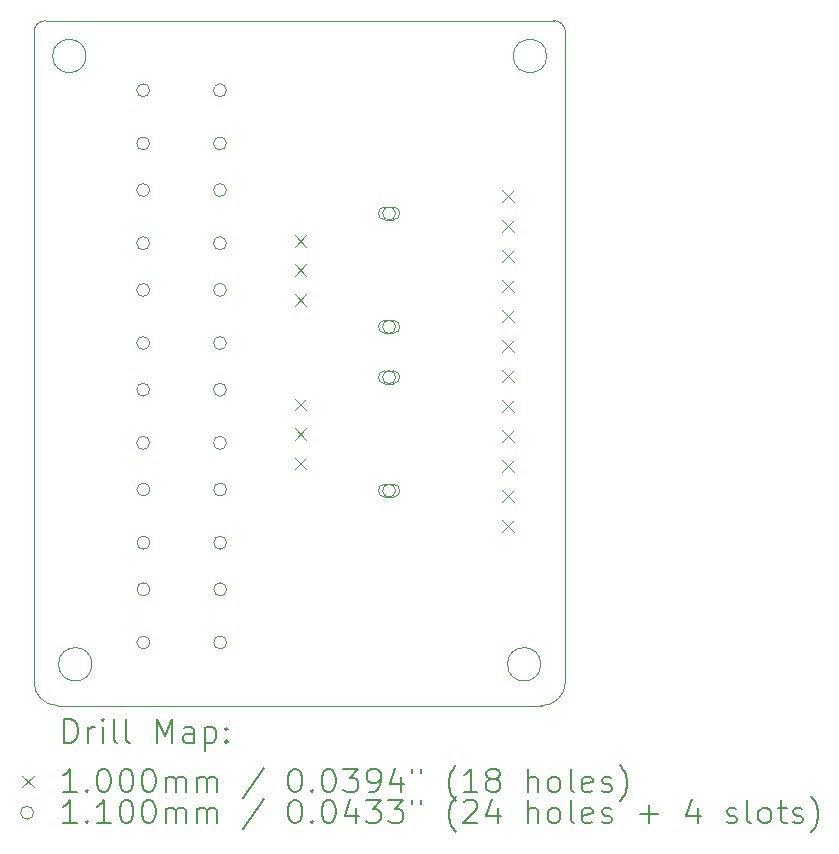
<source format=gbr>
%TF.GenerationSoftware,KiCad,Pcbnew,7.0.9*%
%TF.CreationDate,2023-12-18T22:47:56-06:00*%
%TF.ProjectId,pod_basic_expander2,706f645f-6261-4736-9963-5f657870616e,rev?*%
%TF.SameCoordinates,Original*%
%TF.FileFunction,Drillmap*%
%TF.FilePolarity,Positive*%
%FSLAX45Y45*%
G04 Gerber Fmt 4.5, Leading zero omitted, Abs format (unit mm)*
G04 Created by KiCad (PCBNEW 7.0.9) date 2023-12-18 22:47:56*
%MOMM*%
%LPD*%
G01*
G04 APERTURE LIST*
%ADD10C,0.050000*%
%ADD11C,0.200000*%
%ADD12C,0.100000*%
%ADD13C,0.110000*%
G04 APERTURE END LIST*
D10*
X6491421Y-9450000D02*
G75*
G03*
X6491421Y-9450000I-141421J0D01*
G01*
X6000000Y-4100000D02*
X6000000Y-9600000D01*
X6200000Y-9800000D02*
X10300000Y-9800000D01*
X10500000Y-4100000D02*
X10500000Y-9600000D01*
X6000000Y-9600000D02*
G75*
G03*
X6200000Y-9800000I200000J0D01*
G01*
X6100000Y-4000000D02*
G75*
G03*
X6000000Y-4100000I0J-100000D01*
G01*
X10341421Y-4300000D02*
G75*
G03*
X10341421Y-4300000I-141421J0D01*
G01*
X10300000Y-9800000D02*
G75*
G03*
X10500000Y-9600000I0J200000D01*
G01*
X10291421Y-9450000D02*
G75*
G03*
X10291421Y-9450000I-141421J0D01*
G01*
X6100000Y-4000000D02*
X10400000Y-4000000D01*
X6441421Y-4300000D02*
G75*
G03*
X6441421Y-4300000I-141421J0D01*
G01*
X10500000Y-4100000D02*
G75*
G03*
X10400000Y-4000000I-100000J0D01*
G01*
D11*
D12*
X8207000Y-5813000D02*
X8307000Y-5913000D01*
X8307000Y-5813000D02*
X8207000Y-5913000D01*
X8207000Y-6063000D02*
X8307000Y-6163000D01*
X8307000Y-6063000D02*
X8207000Y-6163000D01*
X8207000Y-6313000D02*
X8307000Y-6413000D01*
X8307000Y-6313000D02*
X8207000Y-6413000D01*
X8207000Y-7200000D02*
X8307000Y-7300000D01*
X8307000Y-7200000D02*
X8207000Y-7300000D01*
X8207000Y-7450000D02*
X8307000Y-7550000D01*
X8307000Y-7450000D02*
X8207000Y-7550000D01*
X8207000Y-7700000D02*
X8307000Y-7800000D01*
X8307000Y-7700000D02*
X8207000Y-7800000D01*
X9967000Y-5435000D02*
X10067000Y-5535000D01*
X10067000Y-5435000D02*
X9967000Y-5535000D01*
X9967000Y-5689000D02*
X10067000Y-5789000D01*
X10067000Y-5689000D02*
X9967000Y-5789000D01*
X9967000Y-5943000D02*
X10067000Y-6043000D01*
X10067000Y-5943000D02*
X9967000Y-6043000D01*
X9967000Y-6197000D02*
X10067000Y-6297000D01*
X10067000Y-6197000D02*
X9967000Y-6297000D01*
X9967000Y-6451000D02*
X10067000Y-6551000D01*
X10067000Y-6451000D02*
X9967000Y-6551000D01*
X9967000Y-6705000D02*
X10067000Y-6805000D01*
X10067000Y-6705000D02*
X9967000Y-6805000D01*
X9967000Y-6959000D02*
X10067000Y-7059000D01*
X10067000Y-6959000D02*
X9967000Y-7059000D01*
X9967000Y-7213000D02*
X10067000Y-7313000D01*
X10067000Y-7213000D02*
X9967000Y-7313000D01*
X9967000Y-7467000D02*
X10067000Y-7567000D01*
X10067000Y-7467000D02*
X9967000Y-7567000D01*
X9967000Y-7721000D02*
X10067000Y-7821000D01*
X10067000Y-7721000D02*
X9967000Y-7821000D01*
X9967000Y-7975000D02*
X10067000Y-8075000D01*
X10067000Y-7975000D02*
X9967000Y-8075000D01*
X9967000Y-8229000D02*
X10067000Y-8329000D01*
X10067000Y-8229000D02*
X9967000Y-8329000D01*
D13*
X6980000Y-4590000D02*
G75*
G03*
X6980000Y-4590000I-55000J0D01*
G01*
X6980000Y-5040000D02*
G75*
G03*
X6980000Y-5040000I-55000J0D01*
G01*
X6980000Y-5435122D02*
G75*
G03*
X6980000Y-5435122I-55000J0D01*
G01*
X6980000Y-5885122D02*
G75*
G03*
X6980000Y-5885122I-55000J0D01*
G01*
X6980000Y-6280244D02*
G75*
G03*
X6980000Y-6280244I-55000J0D01*
G01*
X6980000Y-6730244D02*
G75*
G03*
X6980000Y-6730244I-55000J0D01*
G01*
X6980000Y-7125367D02*
G75*
G03*
X6980000Y-7125367I-55000J0D01*
G01*
X6980000Y-7575367D02*
G75*
G03*
X6980000Y-7575367I-55000J0D01*
G01*
X6982331Y-7970489D02*
G75*
G03*
X6982331Y-7970489I-55000J0D01*
G01*
X6982331Y-8420489D02*
G75*
G03*
X6982331Y-8420489I-55000J0D01*
G01*
X6982331Y-8815611D02*
G75*
G03*
X6982331Y-8815611I-55000J0D01*
G01*
X6982331Y-9265611D02*
G75*
G03*
X6982331Y-9265611I-55000J0D01*
G01*
X7630000Y-4590000D02*
G75*
G03*
X7630000Y-4590000I-55000J0D01*
G01*
X7630000Y-5040000D02*
G75*
G03*
X7630000Y-5040000I-55000J0D01*
G01*
X7630000Y-5435122D02*
G75*
G03*
X7630000Y-5435122I-55000J0D01*
G01*
X7630000Y-5885122D02*
G75*
G03*
X7630000Y-5885122I-55000J0D01*
G01*
X7630000Y-6280244D02*
G75*
G03*
X7630000Y-6280244I-55000J0D01*
G01*
X7630000Y-6730244D02*
G75*
G03*
X7630000Y-6730244I-55000J0D01*
G01*
X7630000Y-7125367D02*
G75*
G03*
X7630000Y-7125367I-55000J0D01*
G01*
X7630000Y-7575367D02*
G75*
G03*
X7630000Y-7575367I-55000J0D01*
G01*
X7632331Y-7970489D02*
G75*
G03*
X7632331Y-7970489I-55000J0D01*
G01*
X7632331Y-8420489D02*
G75*
G03*
X7632331Y-8420489I-55000J0D01*
G01*
X7632331Y-8815611D02*
G75*
G03*
X7632331Y-8815611I-55000J0D01*
G01*
X7632331Y-9265611D02*
G75*
G03*
X7632331Y-9265611I-55000J0D01*
G01*
X9062000Y-5633000D02*
G75*
G03*
X9062000Y-5633000I-55000J0D01*
G01*
D12*
X8972000Y-5688000D02*
X9042000Y-5688000D01*
X9042000Y-5688000D02*
G75*
G03*
X9042000Y-5578000I0J55000D01*
G01*
X9042000Y-5578000D02*
X8972000Y-5578000D01*
X8972000Y-5578000D02*
G75*
G03*
X8972000Y-5688000I0J-55000D01*
G01*
D13*
X9062000Y-6593000D02*
G75*
G03*
X9062000Y-6593000I-55000J0D01*
G01*
D12*
X8972000Y-6648000D02*
X9042000Y-6648000D01*
X9042000Y-6648000D02*
G75*
G03*
X9042000Y-6538000I0J55000D01*
G01*
X9042000Y-6538000D02*
X8972000Y-6538000D01*
X8972000Y-6538000D02*
G75*
G03*
X8972000Y-6648000I0J-55000D01*
G01*
D13*
X9062000Y-7020000D02*
G75*
G03*
X9062000Y-7020000I-55000J0D01*
G01*
D12*
X8972000Y-7075000D02*
X9042000Y-7075000D01*
X9042000Y-7075000D02*
G75*
G03*
X9042000Y-6965000I0J55000D01*
G01*
X9042000Y-6965000D02*
X8972000Y-6965000D01*
X8972000Y-6965000D02*
G75*
G03*
X8972000Y-7075000I0J-55000D01*
G01*
D13*
X9062000Y-7980000D02*
G75*
G03*
X9062000Y-7980000I-55000J0D01*
G01*
D12*
X8972000Y-8035000D02*
X9042000Y-8035000D01*
X9042000Y-8035000D02*
G75*
G03*
X9042000Y-7925000I0J55000D01*
G01*
X9042000Y-7925000D02*
X8972000Y-7925000D01*
X8972000Y-7925000D02*
G75*
G03*
X8972000Y-8035000I0J-55000D01*
G01*
D11*
X6258277Y-10113984D02*
X6258277Y-9913984D01*
X6258277Y-9913984D02*
X6305896Y-9913984D01*
X6305896Y-9913984D02*
X6334467Y-9923508D01*
X6334467Y-9923508D02*
X6353515Y-9942555D01*
X6353515Y-9942555D02*
X6363039Y-9961603D01*
X6363039Y-9961603D02*
X6372562Y-9999698D01*
X6372562Y-9999698D02*
X6372562Y-10028270D01*
X6372562Y-10028270D02*
X6363039Y-10066365D01*
X6363039Y-10066365D02*
X6353515Y-10085412D01*
X6353515Y-10085412D02*
X6334467Y-10104460D01*
X6334467Y-10104460D02*
X6305896Y-10113984D01*
X6305896Y-10113984D02*
X6258277Y-10113984D01*
X6458277Y-10113984D02*
X6458277Y-9980650D01*
X6458277Y-10018746D02*
X6467801Y-9999698D01*
X6467801Y-9999698D02*
X6477324Y-9990174D01*
X6477324Y-9990174D02*
X6496372Y-9980650D01*
X6496372Y-9980650D02*
X6515420Y-9980650D01*
X6582086Y-10113984D02*
X6582086Y-9980650D01*
X6582086Y-9913984D02*
X6572562Y-9923508D01*
X6572562Y-9923508D02*
X6582086Y-9933031D01*
X6582086Y-9933031D02*
X6591610Y-9923508D01*
X6591610Y-9923508D02*
X6582086Y-9913984D01*
X6582086Y-9913984D02*
X6582086Y-9933031D01*
X6705896Y-10113984D02*
X6686848Y-10104460D01*
X6686848Y-10104460D02*
X6677324Y-10085412D01*
X6677324Y-10085412D02*
X6677324Y-9913984D01*
X6810658Y-10113984D02*
X6791610Y-10104460D01*
X6791610Y-10104460D02*
X6782086Y-10085412D01*
X6782086Y-10085412D02*
X6782086Y-9913984D01*
X7039229Y-10113984D02*
X7039229Y-9913984D01*
X7039229Y-9913984D02*
X7105896Y-10056841D01*
X7105896Y-10056841D02*
X7172562Y-9913984D01*
X7172562Y-9913984D02*
X7172562Y-10113984D01*
X7353515Y-10113984D02*
X7353515Y-10009222D01*
X7353515Y-10009222D02*
X7343991Y-9990174D01*
X7343991Y-9990174D02*
X7324943Y-9980650D01*
X7324943Y-9980650D02*
X7286848Y-9980650D01*
X7286848Y-9980650D02*
X7267801Y-9990174D01*
X7353515Y-10104460D02*
X7334467Y-10113984D01*
X7334467Y-10113984D02*
X7286848Y-10113984D01*
X7286848Y-10113984D02*
X7267801Y-10104460D01*
X7267801Y-10104460D02*
X7258277Y-10085412D01*
X7258277Y-10085412D02*
X7258277Y-10066365D01*
X7258277Y-10066365D02*
X7267801Y-10047317D01*
X7267801Y-10047317D02*
X7286848Y-10037793D01*
X7286848Y-10037793D02*
X7334467Y-10037793D01*
X7334467Y-10037793D02*
X7353515Y-10028270D01*
X7448753Y-9980650D02*
X7448753Y-10180650D01*
X7448753Y-9990174D02*
X7467801Y-9980650D01*
X7467801Y-9980650D02*
X7505896Y-9980650D01*
X7505896Y-9980650D02*
X7524943Y-9990174D01*
X7524943Y-9990174D02*
X7534467Y-9999698D01*
X7534467Y-9999698D02*
X7543991Y-10018746D01*
X7543991Y-10018746D02*
X7543991Y-10075889D01*
X7543991Y-10075889D02*
X7534467Y-10094936D01*
X7534467Y-10094936D02*
X7524943Y-10104460D01*
X7524943Y-10104460D02*
X7505896Y-10113984D01*
X7505896Y-10113984D02*
X7467801Y-10113984D01*
X7467801Y-10113984D02*
X7448753Y-10104460D01*
X7629705Y-10094936D02*
X7639229Y-10104460D01*
X7639229Y-10104460D02*
X7629705Y-10113984D01*
X7629705Y-10113984D02*
X7620182Y-10104460D01*
X7620182Y-10104460D02*
X7629705Y-10094936D01*
X7629705Y-10094936D02*
X7629705Y-10113984D01*
X7629705Y-9990174D02*
X7639229Y-9999698D01*
X7639229Y-9999698D02*
X7629705Y-10009222D01*
X7629705Y-10009222D02*
X7620182Y-9999698D01*
X7620182Y-9999698D02*
X7629705Y-9990174D01*
X7629705Y-9990174D02*
X7629705Y-10009222D01*
D12*
X5897500Y-10392500D02*
X5997500Y-10492500D01*
X5997500Y-10392500D02*
X5897500Y-10492500D01*
D11*
X6363039Y-10533984D02*
X6248753Y-10533984D01*
X6305896Y-10533984D02*
X6305896Y-10333984D01*
X6305896Y-10333984D02*
X6286848Y-10362555D01*
X6286848Y-10362555D02*
X6267801Y-10381603D01*
X6267801Y-10381603D02*
X6248753Y-10391127D01*
X6448753Y-10514936D02*
X6458277Y-10524460D01*
X6458277Y-10524460D02*
X6448753Y-10533984D01*
X6448753Y-10533984D02*
X6439229Y-10524460D01*
X6439229Y-10524460D02*
X6448753Y-10514936D01*
X6448753Y-10514936D02*
X6448753Y-10533984D01*
X6582086Y-10333984D02*
X6601134Y-10333984D01*
X6601134Y-10333984D02*
X6620182Y-10343508D01*
X6620182Y-10343508D02*
X6629705Y-10353031D01*
X6629705Y-10353031D02*
X6639229Y-10372079D01*
X6639229Y-10372079D02*
X6648753Y-10410174D01*
X6648753Y-10410174D02*
X6648753Y-10457793D01*
X6648753Y-10457793D02*
X6639229Y-10495889D01*
X6639229Y-10495889D02*
X6629705Y-10514936D01*
X6629705Y-10514936D02*
X6620182Y-10524460D01*
X6620182Y-10524460D02*
X6601134Y-10533984D01*
X6601134Y-10533984D02*
X6582086Y-10533984D01*
X6582086Y-10533984D02*
X6563039Y-10524460D01*
X6563039Y-10524460D02*
X6553515Y-10514936D01*
X6553515Y-10514936D02*
X6543991Y-10495889D01*
X6543991Y-10495889D02*
X6534467Y-10457793D01*
X6534467Y-10457793D02*
X6534467Y-10410174D01*
X6534467Y-10410174D02*
X6543991Y-10372079D01*
X6543991Y-10372079D02*
X6553515Y-10353031D01*
X6553515Y-10353031D02*
X6563039Y-10343508D01*
X6563039Y-10343508D02*
X6582086Y-10333984D01*
X6772562Y-10333984D02*
X6791610Y-10333984D01*
X6791610Y-10333984D02*
X6810658Y-10343508D01*
X6810658Y-10343508D02*
X6820182Y-10353031D01*
X6820182Y-10353031D02*
X6829705Y-10372079D01*
X6829705Y-10372079D02*
X6839229Y-10410174D01*
X6839229Y-10410174D02*
X6839229Y-10457793D01*
X6839229Y-10457793D02*
X6829705Y-10495889D01*
X6829705Y-10495889D02*
X6820182Y-10514936D01*
X6820182Y-10514936D02*
X6810658Y-10524460D01*
X6810658Y-10524460D02*
X6791610Y-10533984D01*
X6791610Y-10533984D02*
X6772562Y-10533984D01*
X6772562Y-10533984D02*
X6753515Y-10524460D01*
X6753515Y-10524460D02*
X6743991Y-10514936D01*
X6743991Y-10514936D02*
X6734467Y-10495889D01*
X6734467Y-10495889D02*
X6724943Y-10457793D01*
X6724943Y-10457793D02*
X6724943Y-10410174D01*
X6724943Y-10410174D02*
X6734467Y-10372079D01*
X6734467Y-10372079D02*
X6743991Y-10353031D01*
X6743991Y-10353031D02*
X6753515Y-10343508D01*
X6753515Y-10343508D02*
X6772562Y-10333984D01*
X6963039Y-10333984D02*
X6982086Y-10333984D01*
X6982086Y-10333984D02*
X7001134Y-10343508D01*
X7001134Y-10343508D02*
X7010658Y-10353031D01*
X7010658Y-10353031D02*
X7020182Y-10372079D01*
X7020182Y-10372079D02*
X7029705Y-10410174D01*
X7029705Y-10410174D02*
X7029705Y-10457793D01*
X7029705Y-10457793D02*
X7020182Y-10495889D01*
X7020182Y-10495889D02*
X7010658Y-10514936D01*
X7010658Y-10514936D02*
X7001134Y-10524460D01*
X7001134Y-10524460D02*
X6982086Y-10533984D01*
X6982086Y-10533984D02*
X6963039Y-10533984D01*
X6963039Y-10533984D02*
X6943991Y-10524460D01*
X6943991Y-10524460D02*
X6934467Y-10514936D01*
X6934467Y-10514936D02*
X6924943Y-10495889D01*
X6924943Y-10495889D02*
X6915420Y-10457793D01*
X6915420Y-10457793D02*
X6915420Y-10410174D01*
X6915420Y-10410174D02*
X6924943Y-10372079D01*
X6924943Y-10372079D02*
X6934467Y-10353031D01*
X6934467Y-10353031D02*
X6943991Y-10343508D01*
X6943991Y-10343508D02*
X6963039Y-10333984D01*
X7115420Y-10533984D02*
X7115420Y-10400650D01*
X7115420Y-10419698D02*
X7124943Y-10410174D01*
X7124943Y-10410174D02*
X7143991Y-10400650D01*
X7143991Y-10400650D02*
X7172563Y-10400650D01*
X7172563Y-10400650D02*
X7191610Y-10410174D01*
X7191610Y-10410174D02*
X7201134Y-10429222D01*
X7201134Y-10429222D02*
X7201134Y-10533984D01*
X7201134Y-10429222D02*
X7210658Y-10410174D01*
X7210658Y-10410174D02*
X7229705Y-10400650D01*
X7229705Y-10400650D02*
X7258277Y-10400650D01*
X7258277Y-10400650D02*
X7277324Y-10410174D01*
X7277324Y-10410174D02*
X7286848Y-10429222D01*
X7286848Y-10429222D02*
X7286848Y-10533984D01*
X7382086Y-10533984D02*
X7382086Y-10400650D01*
X7382086Y-10419698D02*
X7391610Y-10410174D01*
X7391610Y-10410174D02*
X7410658Y-10400650D01*
X7410658Y-10400650D02*
X7439229Y-10400650D01*
X7439229Y-10400650D02*
X7458277Y-10410174D01*
X7458277Y-10410174D02*
X7467801Y-10429222D01*
X7467801Y-10429222D02*
X7467801Y-10533984D01*
X7467801Y-10429222D02*
X7477324Y-10410174D01*
X7477324Y-10410174D02*
X7496372Y-10400650D01*
X7496372Y-10400650D02*
X7524943Y-10400650D01*
X7524943Y-10400650D02*
X7543991Y-10410174D01*
X7543991Y-10410174D02*
X7553515Y-10429222D01*
X7553515Y-10429222D02*
X7553515Y-10533984D01*
X7943991Y-10324460D02*
X7772563Y-10581603D01*
X8201134Y-10333984D02*
X8220182Y-10333984D01*
X8220182Y-10333984D02*
X8239229Y-10343508D01*
X8239229Y-10343508D02*
X8248753Y-10353031D01*
X8248753Y-10353031D02*
X8258277Y-10372079D01*
X8258277Y-10372079D02*
X8267801Y-10410174D01*
X8267801Y-10410174D02*
X8267801Y-10457793D01*
X8267801Y-10457793D02*
X8258277Y-10495889D01*
X8258277Y-10495889D02*
X8248753Y-10514936D01*
X8248753Y-10514936D02*
X8239229Y-10524460D01*
X8239229Y-10524460D02*
X8220182Y-10533984D01*
X8220182Y-10533984D02*
X8201134Y-10533984D01*
X8201134Y-10533984D02*
X8182086Y-10524460D01*
X8182086Y-10524460D02*
X8172563Y-10514936D01*
X8172563Y-10514936D02*
X8163039Y-10495889D01*
X8163039Y-10495889D02*
X8153515Y-10457793D01*
X8153515Y-10457793D02*
X8153515Y-10410174D01*
X8153515Y-10410174D02*
X8163039Y-10372079D01*
X8163039Y-10372079D02*
X8172563Y-10353031D01*
X8172563Y-10353031D02*
X8182086Y-10343508D01*
X8182086Y-10343508D02*
X8201134Y-10333984D01*
X8353515Y-10514936D02*
X8363039Y-10524460D01*
X8363039Y-10524460D02*
X8353515Y-10533984D01*
X8353515Y-10533984D02*
X8343991Y-10524460D01*
X8343991Y-10524460D02*
X8353515Y-10514936D01*
X8353515Y-10514936D02*
X8353515Y-10533984D01*
X8486848Y-10333984D02*
X8505896Y-10333984D01*
X8505896Y-10333984D02*
X8524944Y-10343508D01*
X8524944Y-10343508D02*
X8534468Y-10353031D01*
X8534468Y-10353031D02*
X8543991Y-10372079D01*
X8543991Y-10372079D02*
X8553515Y-10410174D01*
X8553515Y-10410174D02*
X8553515Y-10457793D01*
X8553515Y-10457793D02*
X8543991Y-10495889D01*
X8543991Y-10495889D02*
X8534468Y-10514936D01*
X8534468Y-10514936D02*
X8524944Y-10524460D01*
X8524944Y-10524460D02*
X8505896Y-10533984D01*
X8505896Y-10533984D02*
X8486848Y-10533984D01*
X8486848Y-10533984D02*
X8467801Y-10524460D01*
X8467801Y-10524460D02*
X8458277Y-10514936D01*
X8458277Y-10514936D02*
X8448753Y-10495889D01*
X8448753Y-10495889D02*
X8439229Y-10457793D01*
X8439229Y-10457793D02*
X8439229Y-10410174D01*
X8439229Y-10410174D02*
X8448753Y-10372079D01*
X8448753Y-10372079D02*
X8458277Y-10353031D01*
X8458277Y-10353031D02*
X8467801Y-10343508D01*
X8467801Y-10343508D02*
X8486848Y-10333984D01*
X8620182Y-10333984D02*
X8743991Y-10333984D01*
X8743991Y-10333984D02*
X8677325Y-10410174D01*
X8677325Y-10410174D02*
X8705896Y-10410174D01*
X8705896Y-10410174D02*
X8724944Y-10419698D01*
X8724944Y-10419698D02*
X8734468Y-10429222D01*
X8734468Y-10429222D02*
X8743991Y-10448270D01*
X8743991Y-10448270D02*
X8743991Y-10495889D01*
X8743991Y-10495889D02*
X8734468Y-10514936D01*
X8734468Y-10514936D02*
X8724944Y-10524460D01*
X8724944Y-10524460D02*
X8705896Y-10533984D01*
X8705896Y-10533984D02*
X8648753Y-10533984D01*
X8648753Y-10533984D02*
X8629706Y-10524460D01*
X8629706Y-10524460D02*
X8620182Y-10514936D01*
X8839229Y-10533984D02*
X8877325Y-10533984D01*
X8877325Y-10533984D02*
X8896372Y-10524460D01*
X8896372Y-10524460D02*
X8905896Y-10514936D01*
X8905896Y-10514936D02*
X8924944Y-10486365D01*
X8924944Y-10486365D02*
X8934468Y-10448270D01*
X8934468Y-10448270D02*
X8934468Y-10372079D01*
X8934468Y-10372079D02*
X8924944Y-10353031D01*
X8924944Y-10353031D02*
X8915420Y-10343508D01*
X8915420Y-10343508D02*
X8896372Y-10333984D01*
X8896372Y-10333984D02*
X8858277Y-10333984D01*
X8858277Y-10333984D02*
X8839229Y-10343508D01*
X8839229Y-10343508D02*
X8829706Y-10353031D01*
X8829706Y-10353031D02*
X8820182Y-10372079D01*
X8820182Y-10372079D02*
X8820182Y-10419698D01*
X8820182Y-10419698D02*
X8829706Y-10438746D01*
X8829706Y-10438746D02*
X8839229Y-10448270D01*
X8839229Y-10448270D02*
X8858277Y-10457793D01*
X8858277Y-10457793D02*
X8896372Y-10457793D01*
X8896372Y-10457793D02*
X8915420Y-10448270D01*
X8915420Y-10448270D02*
X8924944Y-10438746D01*
X8924944Y-10438746D02*
X8934468Y-10419698D01*
X9105896Y-10400650D02*
X9105896Y-10533984D01*
X9058277Y-10324460D02*
X9010658Y-10467317D01*
X9010658Y-10467317D02*
X9134468Y-10467317D01*
X9201134Y-10333984D02*
X9201134Y-10372079D01*
X9277325Y-10333984D02*
X9277325Y-10372079D01*
X9572563Y-10610174D02*
X9563039Y-10600650D01*
X9563039Y-10600650D02*
X9543991Y-10572079D01*
X9543991Y-10572079D02*
X9534468Y-10553031D01*
X9534468Y-10553031D02*
X9524944Y-10524460D01*
X9524944Y-10524460D02*
X9515420Y-10476841D01*
X9515420Y-10476841D02*
X9515420Y-10438746D01*
X9515420Y-10438746D02*
X9524944Y-10391127D01*
X9524944Y-10391127D02*
X9534468Y-10362555D01*
X9534468Y-10362555D02*
X9543991Y-10343508D01*
X9543991Y-10343508D02*
X9563039Y-10314936D01*
X9563039Y-10314936D02*
X9572563Y-10305412D01*
X9753515Y-10533984D02*
X9639230Y-10533984D01*
X9696372Y-10533984D02*
X9696372Y-10333984D01*
X9696372Y-10333984D02*
X9677325Y-10362555D01*
X9677325Y-10362555D02*
X9658277Y-10381603D01*
X9658277Y-10381603D02*
X9639230Y-10391127D01*
X9867801Y-10419698D02*
X9848753Y-10410174D01*
X9848753Y-10410174D02*
X9839230Y-10400650D01*
X9839230Y-10400650D02*
X9829706Y-10381603D01*
X9829706Y-10381603D02*
X9829706Y-10372079D01*
X9829706Y-10372079D02*
X9839230Y-10353031D01*
X9839230Y-10353031D02*
X9848753Y-10343508D01*
X9848753Y-10343508D02*
X9867801Y-10333984D01*
X9867801Y-10333984D02*
X9905896Y-10333984D01*
X9905896Y-10333984D02*
X9924944Y-10343508D01*
X9924944Y-10343508D02*
X9934468Y-10353031D01*
X9934468Y-10353031D02*
X9943991Y-10372079D01*
X9943991Y-10372079D02*
X9943991Y-10381603D01*
X9943991Y-10381603D02*
X9934468Y-10400650D01*
X9934468Y-10400650D02*
X9924944Y-10410174D01*
X9924944Y-10410174D02*
X9905896Y-10419698D01*
X9905896Y-10419698D02*
X9867801Y-10419698D01*
X9867801Y-10419698D02*
X9848753Y-10429222D01*
X9848753Y-10429222D02*
X9839230Y-10438746D01*
X9839230Y-10438746D02*
X9829706Y-10457793D01*
X9829706Y-10457793D02*
X9829706Y-10495889D01*
X9829706Y-10495889D02*
X9839230Y-10514936D01*
X9839230Y-10514936D02*
X9848753Y-10524460D01*
X9848753Y-10524460D02*
X9867801Y-10533984D01*
X9867801Y-10533984D02*
X9905896Y-10533984D01*
X9905896Y-10533984D02*
X9924944Y-10524460D01*
X9924944Y-10524460D02*
X9934468Y-10514936D01*
X9934468Y-10514936D02*
X9943991Y-10495889D01*
X9943991Y-10495889D02*
X9943991Y-10457793D01*
X9943991Y-10457793D02*
X9934468Y-10438746D01*
X9934468Y-10438746D02*
X9924944Y-10429222D01*
X9924944Y-10429222D02*
X9905896Y-10419698D01*
X10182087Y-10533984D02*
X10182087Y-10333984D01*
X10267801Y-10533984D02*
X10267801Y-10429222D01*
X10267801Y-10429222D02*
X10258277Y-10410174D01*
X10258277Y-10410174D02*
X10239230Y-10400650D01*
X10239230Y-10400650D02*
X10210658Y-10400650D01*
X10210658Y-10400650D02*
X10191611Y-10410174D01*
X10191611Y-10410174D02*
X10182087Y-10419698D01*
X10391611Y-10533984D02*
X10372563Y-10524460D01*
X10372563Y-10524460D02*
X10363039Y-10514936D01*
X10363039Y-10514936D02*
X10353515Y-10495889D01*
X10353515Y-10495889D02*
X10353515Y-10438746D01*
X10353515Y-10438746D02*
X10363039Y-10419698D01*
X10363039Y-10419698D02*
X10372563Y-10410174D01*
X10372563Y-10410174D02*
X10391611Y-10400650D01*
X10391611Y-10400650D02*
X10420182Y-10400650D01*
X10420182Y-10400650D02*
X10439230Y-10410174D01*
X10439230Y-10410174D02*
X10448753Y-10419698D01*
X10448753Y-10419698D02*
X10458277Y-10438746D01*
X10458277Y-10438746D02*
X10458277Y-10495889D01*
X10458277Y-10495889D02*
X10448753Y-10514936D01*
X10448753Y-10514936D02*
X10439230Y-10524460D01*
X10439230Y-10524460D02*
X10420182Y-10533984D01*
X10420182Y-10533984D02*
X10391611Y-10533984D01*
X10572563Y-10533984D02*
X10553515Y-10524460D01*
X10553515Y-10524460D02*
X10543992Y-10505412D01*
X10543992Y-10505412D02*
X10543992Y-10333984D01*
X10724944Y-10524460D02*
X10705896Y-10533984D01*
X10705896Y-10533984D02*
X10667801Y-10533984D01*
X10667801Y-10533984D02*
X10648753Y-10524460D01*
X10648753Y-10524460D02*
X10639230Y-10505412D01*
X10639230Y-10505412D02*
X10639230Y-10429222D01*
X10639230Y-10429222D02*
X10648753Y-10410174D01*
X10648753Y-10410174D02*
X10667801Y-10400650D01*
X10667801Y-10400650D02*
X10705896Y-10400650D01*
X10705896Y-10400650D02*
X10724944Y-10410174D01*
X10724944Y-10410174D02*
X10734468Y-10429222D01*
X10734468Y-10429222D02*
X10734468Y-10448270D01*
X10734468Y-10448270D02*
X10639230Y-10467317D01*
X10810658Y-10524460D02*
X10829706Y-10533984D01*
X10829706Y-10533984D02*
X10867801Y-10533984D01*
X10867801Y-10533984D02*
X10886849Y-10524460D01*
X10886849Y-10524460D02*
X10896373Y-10505412D01*
X10896373Y-10505412D02*
X10896373Y-10495889D01*
X10896373Y-10495889D02*
X10886849Y-10476841D01*
X10886849Y-10476841D02*
X10867801Y-10467317D01*
X10867801Y-10467317D02*
X10839230Y-10467317D01*
X10839230Y-10467317D02*
X10820182Y-10457793D01*
X10820182Y-10457793D02*
X10810658Y-10438746D01*
X10810658Y-10438746D02*
X10810658Y-10429222D01*
X10810658Y-10429222D02*
X10820182Y-10410174D01*
X10820182Y-10410174D02*
X10839230Y-10400650D01*
X10839230Y-10400650D02*
X10867801Y-10400650D01*
X10867801Y-10400650D02*
X10886849Y-10410174D01*
X10963039Y-10610174D02*
X10972563Y-10600650D01*
X10972563Y-10600650D02*
X10991611Y-10572079D01*
X10991611Y-10572079D02*
X11001134Y-10553031D01*
X11001134Y-10553031D02*
X11010658Y-10524460D01*
X11010658Y-10524460D02*
X11020182Y-10476841D01*
X11020182Y-10476841D02*
X11020182Y-10438746D01*
X11020182Y-10438746D02*
X11010658Y-10391127D01*
X11010658Y-10391127D02*
X11001134Y-10362555D01*
X11001134Y-10362555D02*
X10991611Y-10343508D01*
X10991611Y-10343508D02*
X10972563Y-10314936D01*
X10972563Y-10314936D02*
X10963039Y-10305412D01*
D13*
X5997500Y-10706500D02*
G75*
G03*
X5997500Y-10706500I-55000J0D01*
G01*
D11*
X6363039Y-10797984D02*
X6248753Y-10797984D01*
X6305896Y-10797984D02*
X6305896Y-10597984D01*
X6305896Y-10597984D02*
X6286848Y-10626555D01*
X6286848Y-10626555D02*
X6267801Y-10645603D01*
X6267801Y-10645603D02*
X6248753Y-10655127D01*
X6448753Y-10778936D02*
X6458277Y-10788460D01*
X6458277Y-10788460D02*
X6448753Y-10797984D01*
X6448753Y-10797984D02*
X6439229Y-10788460D01*
X6439229Y-10788460D02*
X6448753Y-10778936D01*
X6448753Y-10778936D02*
X6448753Y-10797984D01*
X6648753Y-10797984D02*
X6534467Y-10797984D01*
X6591610Y-10797984D02*
X6591610Y-10597984D01*
X6591610Y-10597984D02*
X6572562Y-10626555D01*
X6572562Y-10626555D02*
X6553515Y-10645603D01*
X6553515Y-10645603D02*
X6534467Y-10655127D01*
X6772562Y-10597984D02*
X6791610Y-10597984D01*
X6791610Y-10597984D02*
X6810658Y-10607508D01*
X6810658Y-10607508D02*
X6820182Y-10617031D01*
X6820182Y-10617031D02*
X6829705Y-10636079D01*
X6829705Y-10636079D02*
X6839229Y-10674174D01*
X6839229Y-10674174D02*
X6839229Y-10721793D01*
X6839229Y-10721793D02*
X6829705Y-10759889D01*
X6829705Y-10759889D02*
X6820182Y-10778936D01*
X6820182Y-10778936D02*
X6810658Y-10788460D01*
X6810658Y-10788460D02*
X6791610Y-10797984D01*
X6791610Y-10797984D02*
X6772562Y-10797984D01*
X6772562Y-10797984D02*
X6753515Y-10788460D01*
X6753515Y-10788460D02*
X6743991Y-10778936D01*
X6743991Y-10778936D02*
X6734467Y-10759889D01*
X6734467Y-10759889D02*
X6724943Y-10721793D01*
X6724943Y-10721793D02*
X6724943Y-10674174D01*
X6724943Y-10674174D02*
X6734467Y-10636079D01*
X6734467Y-10636079D02*
X6743991Y-10617031D01*
X6743991Y-10617031D02*
X6753515Y-10607508D01*
X6753515Y-10607508D02*
X6772562Y-10597984D01*
X6963039Y-10597984D02*
X6982086Y-10597984D01*
X6982086Y-10597984D02*
X7001134Y-10607508D01*
X7001134Y-10607508D02*
X7010658Y-10617031D01*
X7010658Y-10617031D02*
X7020182Y-10636079D01*
X7020182Y-10636079D02*
X7029705Y-10674174D01*
X7029705Y-10674174D02*
X7029705Y-10721793D01*
X7029705Y-10721793D02*
X7020182Y-10759889D01*
X7020182Y-10759889D02*
X7010658Y-10778936D01*
X7010658Y-10778936D02*
X7001134Y-10788460D01*
X7001134Y-10788460D02*
X6982086Y-10797984D01*
X6982086Y-10797984D02*
X6963039Y-10797984D01*
X6963039Y-10797984D02*
X6943991Y-10788460D01*
X6943991Y-10788460D02*
X6934467Y-10778936D01*
X6934467Y-10778936D02*
X6924943Y-10759889D01*
X6924943Y-10759889D02*
X6915420Y-10721793D01*
X6915420Y-10721793D02*
X6915420Y-10674174D01*
X6915420Y-10674174D02*
X6924943Y-10636079D01*
X6924943Y-10636079D02*
X6934467Y-10617031D01*
X6934467Y-10617031D02*
X6943991Y-10607508D01*
X6943991Y-10607508D02*
X6963039Y-10597984D01*
X7115420Y-10797984D02*
X7115420Y-10664650D01*
X7115420Y-10683698D02*
X7124943Y-10674174D01*
X7124943Y-10674174D02*
X7143991Y-10664650D01*
X7143991Y-10664650D02*
X7172563Y-10664650D01*
X7172563Y-10664650D02*
X7191610Y-10674174D01*
X7191610Y-10674174D02*
X7201134Y-10693222D01*
X7201134Y-10693222D02*
X7201134Y-10797984D01*
X7201134Y-10693222D02*
X7210658Y-10674174D01*
X7210658Y-10674174D02*
X7229705Y-10664650D01*
X7229705Y-10664650D02*
X7258277Y-10664650D01*
X7258277Y-10664650D02*
X7277324Y-10674174D01*
X7277324Y-10674174D02*
X7286848Y-10693222D01*
X7286848Y-10693222D02*
X7286848Y-10797984D01*
X7382086Y-10797984D02*
X7382086Y-10664650D01*
X7382086Y-10683698D02*
X7391610Y-10674174D01*
X7391610Y-10674174D02*
X7410658Y-10664650D01*
X7410658Y-10664650D02*
X7439229Y-10664650D01*
X7439229Y-10664650D02*
X7458277Y-10674174D01*
X7458277Y-10674174D02*
X7467801Y-10693222D01*
X7467801Y-10693222D02*
X7467801Y-10797984D01*
X7467801Y-10693222D02*
X7477324Y-10674174D01*
X7477324Y-10674174D02*
X7496372Y-10664650D01*
X7496372Y-10664650D02*
X7524943Y-10664650D01*
X7524943Y-10664650D02*
X7543991Y-10674174D01*
X7543991Y-10674174D02*
X7553515Y-10693222D01*
X7553515Y-10693222D02*
X7553515Y-10797984D01*
X7943991Y-10588460D02*
X7772563Y-10845603D01*
X8201134Y-10597984D02*
X8220182Y-10597984D01*
X8220182Y-10597984D02*
X8239229Y-10607508D01*
X8239229Y-10607508D02*
X8248753Y-10617031D01*
X8248753Y-10617031D02*
X8258277Y-10636079D01*
X8258277Y-10636079D02*
X8267801Y-10674174D01*
X8267801Y-10674174D02*
X8267801Y-10721793D01*
X8267801Y-10721793D02*
X8258277Y-10759889D01*
X8258277Y-10759889D02*
X8248753Y-10778936D01*
X8248753Y-10778936D02*
X8239229Y-10788460D01*
X8239229Y-10788460D02*
X8220182Y-10797984D01*
X8220182Y-10797984D02*
X8201134Y-10797984D01*
X8201134Y-10797984D02*
X8182086Y-10788460D01*
X8182086Y-10788460D02*
X8172563Y-10778936D01*
X8172563Y-10778936D02*
X8163039Y-10759889D01*
X8163039Y-10759889D02*
X8153515Y-10721793D01*
X8153515Y-10721793D02*
X8153515Y-10674174D01*
X8153515Y-10674174D02*
X8163039Y-10636079D01*
X8163039Y-10636079D02*
X8172563Y-10617031D01*
X8172563Y-10617031D02*
X8182086Y-10607508D01*
X8182086Y-10607508D02*
X8201134Y-10597984D01*
X8353515Y-10778936D02*
X8363039Y-10788460D01*
X8363039Y-10788460D02*
X8353515Y-10797984D01*
X8353515Y-10797984D02*
X8343991Y-10788460D01*
X8343991Y-10788460D02*
X8353515Y-10778936D01*
X8353515Y-10778936D02*
X8353515Y-10797984D01*
X8486848Y-10597984D02*
X8505896Y-10597984D01*
X8505896Y-10597984D02*
X8524944Y-10607508D01*
X8524944Y-10607508D02*
X8534468Y-10617031D01*
X8534468Y-10617031D02*
X8543991Y-10636079D01*
X8543991Y-10636079D02*
X8553515Y-10674174D01*
X8553515Y-10674174D02*
X8553515Y-10721793D01*
X8553515Y-10721793D02*
X8543991Y-10759889D01*
X8543991Y-10759889D02*
X8534468Y-10778936D01*
X8534468Y-10778936D02*
X8524944Y-10788460D01*
X8524944Y-10788460D02*
X8505896Y-10797984D01*
X8505896Y-10797984D02*
X8486848Y-10797984D01*
X8486848Y-10797984D02*
X8467801Y-10788460D01*
X8467801Y-10788460D02*
X8458277Y-10778936D01*
X8458277Y-10778936D02*
X8448753Y-10759889D01*
X8448753Y-10759889D02*
X8439229Y-10721793D01*
X8439229Y-10721793D02*
X8439229Y-10674174D01*
X8439229Y-10674174D02*
X8448753Y-10636079D01*
X8448753Y-10636079D02*
X8458277Y-10617031D01*
X8458277Y-10617031D02*
X8467801Y-10607508D01*
X8467801Y-10607508D02*
X8486848Y-10597984D01*
X8724944Y-10664650D02*
X8724944Y-10797984D01*
X8677325Y-10588460D02*
X8629706Y-10731317D01*
X8629706Y-10731317D02*
X8753515Y-10731317D01*
X8810658Y-10597984D02*
X8934468Y-10597984D01*
X8934468Y-10597984D02*
X8867801Y-10674174D01*
X8867801Y-10674174D02*
X8896372Y-10674174D01*
X8896372Y-10674174D02*
X8915420Y-10683698D01*
X8915420Y-10683698D02*
X8924944Y-10693222D01*
X8924944Y-10693222D02*
X8934468Y-10712270D01*
X8934468Y-10712270D02*
X8934468Y-10759889D01*
X8934468Y-10759889D02*
X8924944Y-10778936D01*
X8924944Y-10778936D02*
X8915420Y-10788460D01*
X8915420Y-10788460D02*
X8896372Y-10797984D01*
X8896372Y-10797984D02*
X8839229Y-10797984D01*
X8839229Y-10797984D02*
X8820182Y-10788460D01*
X8820182Y-10788460D02*
X8810658Y-10778936D01*
X9001134Y-10597984D02*
X9124944Y-10597984D01*
X9124944Y-10597984D02*
X9058277Y-10674174D01*
X9058277Y-10674174D02*
X9086849Y-10674174D01*
X9086849Y-10674174D02*
X9105896Y-10683698D01*
X9105896Y-10683698D02*
X9115420Y-10693222D01*
X9115420Y-10693222D02*
X9124944Y-10712270D01*
X9124944Y-10712270D02*
X9124944Y-10759889D01*
X9124944Y-10759889D02*
X9115420Y-10778936D01*
X9115420Y-10778936D02*
X9105896Y-10788460D01*
X9105896Y-10788460D02*
X9086849Y-10797984D01*
X9086849Y-10797984D02*
X9029706Y-10797984D01*
X9029706Y-10797984D02*
X9010658Y-10788460D01*
X9010658Y-10788460D02*
X9001134Y-10778936D01*
X9201134Y-10597984D02*
X9201134Y-10636079D01*
X9277325Y-10597984D02*
X9277325Y-10636079D01*
X9572563Y-10874174D02*
X9563039Y-10864650D01*
X9563039Y-10864650D02*
X9543991Y-10836079D01*
X9543991Y-10836079D02*
X9534468Y-10817031D01*
X9534468Y-10817031D02*
X9524944Y-10788460D01*
X9524944Y-10788460D02*
X9515420Y-10740841D01*
X9515420Y-10740841D02*
X9515420Y-10702746D01*
X9515420Y-10702746D02*
X9524944Y-10655127D01*
X9524944Y-10655127D02*
X9534468Y-10626555D01*
X9534468Y-10626555D02*
X9543991Y-10607508D01*
X9543991Y-10607508D02*
X9563039Y-10578936D01*
X9563039Y-10578936D02*
X9572563Y-10569412D01*
X9639230Y-10617031D02*
X9648753Y-10607508D01*
X9648753Y-10607508D02*
X9667801Y-10597984D01*
X9667801Y-10597984D02*
X9715420Y-10597984D01*
X9715420Y-10597984D02*
X9734468Y-10607508D01*
X9734468Y-10607508D02*
X9743991Y-10617031D01*
X9743991Y-10617031D02*
X9753515Y-10636079D01*
X9753515Y-10636079D02*
X9753515Y-10655127D01*
X9753515Y-10655127D02*
X9743991Y-10683698D01*
X9743991Y-10683698D02*
X9629706Y-10797984D01*
X9629706Y-10797984D02*
X9753515Y-10797984D01*
X9924944Y-10664650D02*
X9924944Y-10797984D01*
X9877325Y-10588460D02*
X9829706Y-10731317D01*
X9829706Y-10731317D02*
X9953515Y-10731317D01*
X10182087Y-10797984D02*
X10182087Y-10597984D01*
X10267801Y-10797984D02*
X10267801Y-10693222D01*
X10267801Y-10693222D02*
X10258277Y-10674174D01*
X10258277Y-10674174D02*
X10239230Y-10664650D01*
X10239230Y-10664650D02*
X10210658Y-10664650D01*
X10210658Y-10664650D02*
X10191611Y-10674174D01*
X10191611Y-10674174D02*
X10182087Y-10683698D01*
X10391611Y-10797984D02*
X10372563Y-10788460D01*
X10372563Y-10788460D02*
X10363039Y-10778936D01*
X10363039Y-10778936D02*
X10353515Y-10759889D01*
X10353515Y-10759889D02*
X10353515Y-10702746D01*
X10353515Y-10702746D02*
X10363039Y-10683698D01*
X10363039Y-10683698D02*
X10372563Y-10674174D01*
X10372563Y-10674174D02*
X10391611Y-10664650D01*
X10391611Y-10664650D02*
X10420182Y-10664650D01*
X10420182Y-10664650D02*
X10439230Y-10674174D01*
X10439230Y-10674174D02*
X10448753Y-10683698D01*
X10448753Y-10683698D02*
X10458277Y-10702746D01*
X10458277Y-10702746D02*
X10458277Y-10759889D01*
X10458277Y-10759889D02*
X10448753Y-10778936D01*
X10448753Y-10778936D02*
X10439230Y-10788460D01*
X10439230Y-10788460D02*
X10420182Y-10797984D01*
X10420182Y-10797984D02*
X10391611Y-10797984D01*
X10572563Y-10797984D02*
X10553515Y-10788460D01*
X10553515Y-10788460D02*
X10543992Y-10769412D01*
X10543992Y-10769412D02*
X10543992Y-10597984D01*
X10724944Y-10788460D02*
X10705896Y-10797984D01*
X10705896Y-10797984D02*
X10667801Y-10797984D01*
X10667801Y-10797984D02*
X10648753Y-10788460D01*
X10648753Y-10788460D02*
X10639230Y-10769412D01*
X10639230Y-10769412D02*
X10639230Y-10693222D01*
X10639230Y-10693222D02*
X10648753Y-10674174D01*
X10648753Y-10674174D02*
X10667801Y-10664650D01*
X10667801Y-10664650D02*
X10705896Y-10664650D01*
X10705896Y-10664650D02*
X10724944Y-10674174D01*
X10724944Y-10674174D02*
X10734468Y-10693222D01*
X10734468Y-10693222D02*
X10734468Y-10712270D01*
X10734468Y-10712270D02*
X10639230Y-10731317D01*
X10810658Y-10788460D02*
X10829706Y-10797984D01*
X10829706Y-10797984D02*
X10867801Y-10797984D01*
X10867801Y-10797984D02*
X10886849Y-10788460D01*
X10886849Y-10788460D02*
X10896373Y-10769412D01*
X10896373Y-10769412D02*
X10896373Y-10759889D01*
X10896373Y-10759889D02*
X10886849Y-10740841D01*
X10886849Y-10740841D02*
X10867801Y-10731317D01*
X10867801Y-10731317D02*
X10839230Y-10731317D01*
X10839230Y-10731317D02*
X10820182Y-10721793D01*
X10820182Y-10721793D02*
X10810658Y-10702746D01*
X10810658Y-10702746D02*
X10810658Y-10693222D01*
X10810658Y-10693222D02*
X10820182Y-10674174D01*
X10820182Y-10674174D02*
X10839230Y-10664650D01*
X10839230Y-10664650D02*
X10867801Y-10664650D01*
X10867801Y-10664650D02*
X10886849Y-10674174D01*
X11134468Y-10721793D02*
X11286849Y-10721793D01*
X11210658Y-10797984D02*
X11210658Y-10645603D01*
X11620182Y-10664650D02*
X11620182Y-10797984D01*
X11572563Y-10588460D02*
X11524944Y-10731317D01*
X11524944Y-10731317D02*
X11648753Y-10731317D01*
X11867801Y-10788460D02*
X11886849Y-10797984D01*
X11886849Y-10797984D02*
X11924944Y-10797984D01*
X11924944Y-10797984D02*
X11943992Y-10788460D01*
X11943992Y-10788460D02*
X11953515Y-10769412D01*
X11953515Y-10769412D02*
X11953515Y-10759889D01*
X11953515Y-10759889D02*
X11943992Y-10740841D01*
X11943992Y-10740841D02*
X11924944Y-10731317D01*
X11924944Y-10731317D02*
X11896373Y-10731317D01*
X11896373Y-10731317D02*
X11877325Y-10721793D01*
X11877325Y-10721793D02*
X11867801Y-10702746D01*
X11867801Y-10702746D02*
X11867801Y-10693222D01*
X11867801Y-10693222D02*
X11877325Y-10674174D01*
X11877325Y-10674174D02*
X11896373Y-10664650D01*
X11896373Y-10664650D02*
X11924944Y-10664650D01*
X11924944Y-10664650D02*
X11943992Y-10674174D01*
X12067801Y-10797984D02*
X12048754Y-10788460D01*
X12048754Y-10788460D02*
X12039230Y-10769412D01*
X12039230Y-10769412D02*
X12039230Y-10597984D01*
X12172563Y-10797984D02*
X12153515Y-10788460D01*
X12153515Y-10788460D02*
X12143992Y-10778936D01*
X12143992Y-10778936D02*
X12134468Y-10759889D01*
X12134468Y-10759889D02*
X12134468Y-10702746D01*
X12134468Y-10702746D02*
X12143992Y-10683698D01*
X12143992Y-10683698D02*
X12153515Y-10674174D01*
X12153515Y-10674174D02*
X12172563Y-10664650D01*
X12172563Y-10664650D02*
X12201135Y-10664650D01*
X12201135Y-10664650D02*
X12220182Y-10674174D01*
X12220182Y-10674174D02*
X12229706Y-10683698D01*
X12229706Y-10683698D02*
X12239230Y-10702746D01*
X12239230Y-10702746D02*
X12239230Y-10759889D01*
X12239230Y-10759889D02*
X12229706Y-10778936D01*
X12229706Y-10778936D02*
X12220182Y-10788460D01*
X12220182Y-10788460D02*
X12201135Y-10797984D01*
X12201135Y-10797984D02*
X12172563Y-10797984D01*
X12296373Y-10664650D02*
X12372563Y-10664650D01*
X12324944Y-10597984D02*
X12324944Y-10769412D01*
X12324944Y-10769412D02*
X12334468Y-10788460D01*
X12334468Y-10788460D02*
X12353515Y-10797984D01*
X12353515Y-10797984D02*
X12372563Y-10797984D01*
X12429706Y-10788460D02*
X12448754Y-10797984D01*
X12448754Y-10797984D02*
X12486849Y-10797984D01*
X12486849Y-10797984D02*
X12505896Y-10788460D01*
X12505896Y-10788460D02*
X12515420Y-10769412D01*
X12515420Y-10769412D02*
X12515420Y-10759889D01*
X12515420Y-10759889D02*
X12505896Y-10740841D01*
X12505896Y-10740841D02*
X12486849Y-10731317D01*
X12486849Y-10731317D02*
X12458277Y-10731317D01*
X12458277Y-10731317D02*
X12439230Y-10721793D01*
X12439230Y-10721793D02*
X12429706Y-10702746D01*
X12429706Y-10702746D02*
X12429706Y-10693222D01*
X12429706Y-10693222D02*
X12439230Y-10674174D01*
X12439230Y-10674174D02*
X12458277Y-10664650D01*
X12458277Y-10664650D02*
X12486849Y-10664650D01*
X12486849Y-10664650D02*
X12505896Y-10674174D01*
X12582087Y-10874174D02*
X12591611Y-10864650D01*
X12591611Y-10864650D02*
X12610658Y-10836079D01*
X12610658Y-10836079D02*
X12620182Y-10817031D01*
X12620182Y-10817031D02*
X12629706Y-10788460D01*
X12629706Y-10788460D02*
X12639230Y-10740841D01*
X12639230Y-10740841D02*
X12639230Y-10702746D01*
X12639230Y-10702746D02*
X12629706Y-10655127D01*
X12629706Y-10655127D02*
X12620182Y-10626555D01*
X12620182Y-10626555D02*
X12610658Y-10607508D01*
X12610658Y-10607508D02*
X12591611Y-10578936D01*
X12591611Y-10578936D02*
X12582087Y-10569412D01*
M02*

</source>
